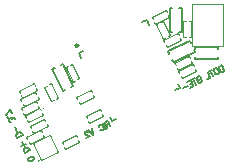
<source format=gbo>
G04*
G04 #@! TF.GenerationSoftware,Altium Limited,Altium Designer,19.0.15 (446)*
G04*
G04 Layer_Color=32896*
%FSLAX42Y42*%
%MOMM*%
G71*
G01*
G75*
%ADD13C,0.13*%
%ADD14C,0.10*%
%ADD15C,0.20*%
%ADD16C,0.15*%
%ADD17C,0.05*%
%ADD101C,0.25*%
%ADD102C,0.10*%
D13*
X-1714Y-808D02*
G03*
X-1714Y-808I-6J0D01*
G01*
X-1135Y-472D02*
X-1112Y-518D01*
X-1135Y-472D02*
X-1154Y-481D01*
X-1160Y-487D01*
X-1161Y-490D01*
X-1161Y-495D01*
X-1159Y-500D01*
X-1155Y-503D01*
X-1151Y-504D01*
X-1144Y-503D01*
X-1124Y-494D01*
X-1139Y-501D02*
X-1143Y-532D01*
X-1175Y-492D02*
X-1153Y-537D01*
X-1212Y-523D02*
X-1212Y-518D01*
X-1210Y-511D01*
X-1207Y-507D01*
X-1198Y-503D01*
X-1193Y-503D01*
X-1186Y-505D01*
X-1182Y-508D01*
X-1176Y-514D01*
X-1171Y-525D01*
X-1170Y-532D01*
X-1170Y-538D01*
X-1172Y-544D01*
X-1176Y-548D01*
X-1184Y-553D01*
X-1190Y-553D01*
X-1196Y-550D01*
X-1201Y-547D01*
X-1266Y-536D02*
X-1261Y-590D01*
X-1301Y-553D02*
X-1261Y-590D01*
X-1304Y-568D02*
X-1305Y-566D01*
X-1309Y-562D01*
X-1312Y-561D01*
X-1318Y-561D01*
X-1326Y-565D01*
X-1330Y-570D01*
X-1331Y-573D01*
X-1331Y-578D01*
X-1329Y-583D01*
X-1325Y-586D01*
X-1317Y-590D01*
X-1285Y-601D01*
X-1315Y-616D01*
X-170Y-2D02*
X-148Y-47D01*
X-170Y-2D02*
X-185Y-9D01*
X-190Y-15D01*
X-193Y-21D01*
X-193Y-27D01*
X-192Y-34D01*
X-186Y-45D01*
X-181Y-50D01*
X-177Y-54D01*
X-170Y-56D01*
X-163Y-55D01*
X-148Y-47D01*
X-238Y-48D02*
X-238Y-43D01*
X-235Y-37D01*
X-232Y-32D01*
X-223Y-28D01*
X-218Y-28D01*
X-212Y-30D01*
X-207Y-34D01*
X-202Y-39D01*
X-197Y-50D01*
X-196Y-58D01*
X-196Y-63D01*
X-198Y-69D01*
X-201Y-74D01*
X-210Y-78D01*
X-215Y-78D01*
X-222Y-76D01*
X-226Y-72D01*
X-229Y-66D01*
X-218Y-61D02*
X-229Y-66D01*
X-269Y-50D02*
X-246Y-96D01*
X-253Y-43D02*
X-284Y-58D01*
X-289Y-60D02*
X-267Y-106D01*
X-293Y-119D01*
X-356Y-93D02*
X-334Y-138D01*
X-356Y-93D02*
X-376Y-102D01*
X-381Y-108D01*
X-382Y-111D01*
X-382Y-116D01*
X-380Y-121D01*
X-376Y-124D01*
X-373Y-125D01*
X-365Y-124D01*
X-346Y-115D02*
X-365Y-124D01*
X-371Y-129D01*
X-372Y-133D01*
X-372Y-138D01*
X-369Y-145D01*
X-364Y-148D01*
X-361Y-149D01*
X-354Y-148D01*
X-334Y-138D01*
X-412Y-120D02*
X-390Y-166D01*
X-397Y-113D02*
X-427Y-127D01*
X-461Y-144D02*
X-433Y-130D01*
X-411Y-176D01*
X-439Y-190D01*
X-422Y-152D02*
X-440Y-160D01*
X-456Y-174D02*
X-495Y-193D01*
X-1761Y-785D02*
X-1760Y-792D01*
X-1764Y-800D01*
X-1774Y-807D01*
X-1780Y-810D01*
X-1792Y-814D01*
X-1801Y-812D01*
X-1806Y-807D01*
X-1808Y-803D01*
X-1809Y-795D01*
X-1805Y-788D01*
X-1795Y-780D01*
X-1789Y-777D01*
X-1777Y-774D01*
X-1768Y-775D01*
X-1763Y-780D01*
X-1761Y-785D01*
X-1792Y-721D02*
X-1837Y-743D01*
X-1792Y-721D02*
X-1799Y-706D01*
X-1804Y-701D01*
X-1811Y-698D01*
X-1816Y-698D01*
X-1824Y-699D01*
X-1835Y-705D01*
X-1840Y-710D01*
X-1844Y-714D01*
X-1846Y-721D01*
X-1845Y-728D01*
X-1837Y-743D01*
X-1828Y-664D02*
X-1867Y-683D01*
X-1838Y-693D02*
X-1857Y-654D01*
X-1855Y-592D02*
X-1900Y-614D01*
X-1855Y-592D02*
X-1862Y-577D01*
X-1867Y-571D01*
X-1874Y-569D01*
X-1879Y-569D01*
X-1887Y-570D01*
X-1898Y-575D01*
X-1903Y-581D01*
X-1906Y-585D01*
X-1909Y-592D01*
X-1908Y-599D01*
X-1900Y-614D01*
X-1901Y-564D02*
X-1920Y-525D01*
X-1920Y-459D02*
X-1931Y-435D01*
X-1942Y-456D01*
X-1946Y-450D01*
X-1950Y-446D01*
X-1953Y-445D01*
X-1961Y-446D01*
X-1965Y-448D01*
X-1971Y-454D01*
X-1973Y-460D01*
X-1972Y-468D01*
X-1969Y-474D01*
X-1963Y-480D01*
X-1960Y-481D01*
X-1955Y-481D01*
X-1980Y-440D02*
X-1981Y-444D01*
X-1984Y-442D01*
X-1983Y-439D01*
X-1980Y-440D01*
X-1959Y-378D02*
X-1994Y-422D01*
X-1944Y-408D02*
X-1959Y-378D01*
D14*
X-1679Y-368D02*
G03*
X-1679Y-368I-5J0D01*
G01*
X-450Y375D02*
X-430D01*
Y235D02*
Y375D01*
X-450Y235D02*
X-430D01*
X-495D02*
X-475D01*
X-495D02*
Y375D01*
X-475D01*
X-643Y468D02*
X-634Y450D01*
X-764Y409D02*
X-643Y468D01*
X-764Y409D02*
X-755Y391D01*
X-744Y368D02*
X-736Y351D01*
X-614Y410D01*
X-623Y428D02*
X-614Y410D01*
X-1492Y-19D02*
X-1474Y-10D01*
X-1492Y-19D02*
X-1433Y-140D01*
X-1415Y-132D01*
X-1393Y-121D02*
X-1375Y-112D01*
X-1434Y9D02*
X-1375Y-112D01*
X-1452Y1D02*
X-1434Y9D01*
X-415Y9D02*
X-407Y-9D01*
X-537Y-50D02*
X-415Y9D01*
X-537Y-50D02*
X-528Y-68D01*
X-517Y-91D02*
X-508Y-109D01*
X-387Y-50D01*
X-396Y-32D02*
X-387Y-50D01*
X-1385Y-634D02*
X-1376Y-652D01*
X-1497Y-711D02*
X-1376Y-652D01*
X-1506Y-693D02*
X-1497Y-711D01*
X-1526Y-652D02*
X-1517Y-670D01*
X-1526Y-652D02*
X-1405Y-593D01*
X-1396Y-611D01*
X-550Y-25D02*
X-541Y-43D01*
X-420Y17D01*
X-429Y35D02*
X-420Y17D01*
X-449Y75D02*
X-440Y57D01*
X-570Y16D02*
X-449Y75D01*
X-570Y16D02*
X-561Y-2D01*
X-645Y169D02*
X-636Y151D01*
X-515Y210D01*
X-524Y228D02*
X-515Y210D01*
X-544Y269D02*
X-535Y251D01*
X-665Y210D02*
X-544Y269D01*
X-665Y210D02*
X-656Y192D01*
X-724Y345D02*
X-706Y353D01*
X-724Y345D02*
X-665Y223D01*
X-647Y232D01*
X-624Y243D02*
X-606Y252D01*
X-665Y373D02*
X-606Y252D01*
X-683Y364D02*
X-665Y373D01*
X-1322Y-431D02*
X-1314Y-449D01*
X-1322Y-431D02*
X-1201Y-372D01*
X-1192Y-390D01*
X-1181Y-412D02*
X-1173Y-430D01*
X-1294Y-489D02*
X-1173Y-430D01*
X-1303Y-471D02*
X-1294Y-489D01*
X-1684Y-591D02*
X-1675Y-608D01*
X-1797Y-668D02*
X-1675Y-608D01*
X-1805Y-650D02*
X-1797Y-668D01*
X-1825Y-609D02*
X-1816Y-627D01*
X-1825Y-609D02*
X-1704Y-550D01*
X-1695Y-568D01*
X-1793Y-516D02*
X-1784Y-534D01*
X-1793Y-516D02*
X-1672Y-456D01*
X-1663Y-474D01*
X-1652Y-497D02*
X-1643Y-515D01*
X-1764Y-574D02*
X-1643Y-515D01*
X-1773Y-556D02*
X-1764Y-574D01*
X-1819Y-467D02*
X-1810Y-485D01*
X-1685Y-424D01*
X-1693Y-406D02*
X-1685Y-424D01*
X-1713Y-365D02*
X-1704Y-383D01*
X-1839Y-427D02*
X-1713Y-365D01*
X-1839Y-427D02*
X-1830Y-445D01*
X-1850Y-404D02*
X-1841Y-422D01*
X-1715Y-361D01*
X-1724Y-343D02*
X-1715Y-361D01*
X-1744Y-303D02*
X-1735Y-321D01*
X-1870Y-364D02*
X-1744Y-303D01*
X-1870Y-364D02*
X-1861Y-382D01*
X-1855Y-327D02*
X-1846Y-345D01*
X-1720Y-284D01*
X-1729Y-266D02*
X-1720Y-284D01*
X-1749Y-225D02*
X-1740Y-243D01*
X-1875Y-286D02*
X-1749Y-225D01*
X-1875Y-286D02*
X-1866Y-304D01*
X-1866Y-257D02*
X-1858Y-275D01*
X-1732Y-213D01*
X-1741Y-195D02*
X-1732Y-213D01*
X-1760Y-155D02*
X-1752Y-173D01*
X-1886Y-216D02*
X-1760Y-155D01*
X-1886Y-216D02*
X-1877Y-234D01*
X-1631Y-164D02*
X-1613Y-155D01*
X-1554Y-277D01*
X-1571Y-285D02*
X-1554Y-277D01*
X-1612Y-305D02*
X-1594Y-296D01*
X-1671Y-184D02*
X-1612Y-305D01*
X-1671Y-184D02*
X-1653Y-175D01*
X-1401Y-269D02*
X-1393Y-287D01*
X-1401Y-269D02*
X-1280Y-210D01*
X-1271Y-228D01*
X-1260Y-250D02*
X-1252Y-268D01*
X-1373Y-327D02*
X-1252Y-268D01*
X-1382Y-310D02*
X-1373Y-327D01*
D15*
X-805Y380D02*
X-786Y342D01*
X-843Y361D02*
X-805Y380D01*
X-543Y-157D02*
X-525Y-195D01*
X-563Y-214D02*
X-525Y-195D01*
X-1100Y-476D02*
X-1062Y-457D01*
X-1118Y-438D02*
X-1100Y-476D01*
X-1380Y99D02*
X-1362Y61D01*
X-1380Y99D02*
X-1342Y118D01*
D16*
X-200Y133D02*
Y152D01*
X-400D02*
X-200D01*
X-400Y133D02*
Y152D01*
Y52D02*
Y73D01*
Y52D02*
X-200D01*
Y73D01*
X-587Y44D02*
X-578Y26D01*
X-398Y114D01*
X-407Y132D02*
X-398Y114D01*
X-442Y204D02*
X-433Y186D01*
X-622Y116D02*
X-442Y204D01*
X-622Y116D02*
X-613Y98D01*
X-1443Y-182D02*
X-1425Y-173D01*
X-1513Y7D02*
X-1425Y-173D01*
X-1531Y-2D02*
X-1513Y7D01*
X-1603Y-37D02*
X-1585Y-28D01*
X-1603Y-37D02*
X-1515Y-217D01*
X-1497Y-208D01*
X-528Y280D02*
X-508D01*
Y480D01*
X-528Y480D02*
X-508Y480D01*
X-608D02*
X-588D01*
X-608D02*
X-608Y280D01*
X-588Y280D01*
D17*
X-1697Y-627D02*
X-1625Y-592D01*
X-1555Y-736D01*
X-1699Y-806D02*
X-1555Y-736D01*
X-1769Y-662D02*
X-1699Y-806D01*
X-1769Y-662D02*
X-1697Y-627D01*
X-1705Y-793D02*
X-1699Y-806D01*
D101*
X-1383Y164D02*
G03*
X-1383Y164I-12J0D01*
G01*
D102*
X-158Y165D02*
Y515D01*
X-423Y165D02*
X-158D01*
X-423D02*
Y515D01*
X-158D01*
M02*

</source>
